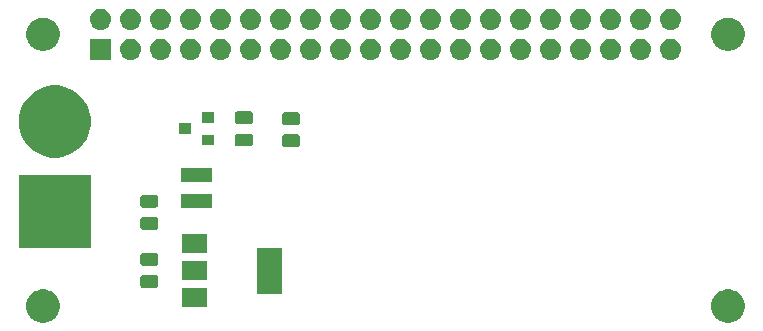
<source format=gbr>
G04 #@! TF.GenerationSoftware,KiCad,Pcbnew,5.1.4+dfsg1-1*
G04 #@! TF.CreationDate,2020-03-18T18:25:11-04:00*
G04 #@! TF.ProjectId,upipower-injector,75706970-6f77-4657-922d-696e6a656374,1.0*
G04 #@! TF.SameCoordinates,Original*
G04 #@! TF.FileFunction,Soldermask,Top*
G04 #@! TF.FilePolarity,Negative*
%FSLAX46Y46*%
G04 Gerber Fmt 4.6, Leading zero omitted, Abs format (unit mm)*
G04 Created by KiCad (PCBNEW 5.1.4+dfsg1-1) date 2020-03-18 18:25:11*
%MOMM*%
%LPD*%
G04 APERTURE LIST*
%ADD10C,0.100000*%
G04 APERTURE END LIST*
D10*
G36*
X179350433Y-116202893D02*
G01*
X179440657Y-116220839D01*
X179546267Y-116264585D01*
X179695621Y-116326449D01*
X179695622Y-116326450D01*
X179925086Y-116479772D01*
X180120228Y-116674914D01*
X180222675Y-116828237D01*
X180273551Y-116904379D01*
X180379161Y-117159344D01*
X180433000Y-117430012D01*
X180433000Y-117705988D01*
X180379161Y-117976656D01*
X180273551Y-118231621D01*
X180273550Y-118231622D01*
X180120228Y-118461086D01*
X179925086Y-118656228D01*
X179771763Y-118758675D01*
X179695621Y-118809551D01*
X179546267Y-118871415D01*
X179440657Y-118915161D01*
X179350433Y-118933107D01*
X179169988Y-118969000D01*
X178894012Y-118969000D01*
X178713567Y-118933107D01*
X178623343Y-118915161D01*
X178517733Y-118871415D01*
X178368379Y-118809551D01*
X178292237Y-118758675D01*
X178138914Y-118656228D01*
X177943772Y-118461086D01*
X177790450Y-118231622D01*
X177790449Y-118231621D01*
X177684839Y-117976656D01*
X177631000Y-117705988D01*
X177631000Y-117430012D01*
X177684839Y-117159344D01*
X177790449Y-116904379D01*
X177841325Y-116828237D01*
X177943772Y-116674914D01*
X178138914Y-116479772D01*
X178368378Y-116326450D01*
X178368379Y-116326449D01*
X178517733Y-116264585D01*
X178623343Y-116220839D01*
X178713567Y-116202893D01*
X178894012Y-116167000D01*
X179169988Y-116167000D01*
X179350433Y-116202893D01*
X179350433Y-116202893D01*
G37*
G36*
X121350433Y-116202893D02*
G01*
X121440657Y-116220839D01*
X121546267Y-116264585D01*
X121695621Y-116326449D01*
X121695622Y-116326450D01*
X121925086Y-116479772D01*
X122120228Y-116674914D01*
X122222675Y-116828237D01*
X122273551Y-116904379D01*
X122379161Y-117159344D01*
X122433000Y-117430012D01*
X122433000Y-117705988D01*
X122379161Y-117976656D01*
X122273551Y-118231621D01*
X122273550Y-118231622D01*
X122120228Y-118461086D01*
X121925086Y-118656228D01*
X121771763Y-118758675D01*
X121695621Y-118809551D01*
X121546267Y-118871415D01*
X121440657Y-118915161D01*
X121350433Y-118933107D01*
X121169988Y-118969000D01*
X120894012Y-118969000D01*
X120713567Y-118933107D01*
X120623343Y-118915161D01*
X120517733Y-118871415D01*
X120368379Y-118809551D01*
X120292237Y-118758675D01*
X120138914Y-118656228D01*
X119943772Y-118461086D01*
X119790450Y-118231622D01*
X119790449Y-118231621D01*
X119684839Y-117976656D01*
X119631000Y-117705988D01*
X119631000Y-117430012D01*
X119684839Y-117159344D01*
X119790449Y-116904379D01*
X119841325Y-116828237D01*
X119943772Y-116674914D01*
X120138914Y-116479772D01*
X120368378Y-116326450D01*
X120368379Y-116326449D01*
X120517733Y-116264585D01*
X120623343Y-116220839D01*
X120713567Y-116202893D01*
X120894012Y-116167000D01*
X121169988Y-116167000D01*
X121350433Y-116202893D01*
X121350433Y-116202893D01*
G37*
G36*
X134933000Y-117669000D02*
G01*
X132831000Y-117669000D01*
X132831000Y-116067000D01*
X134933000Y-116067000D01*
X134933000Y-117669000D01*
X134933000Y-117669000D01*
G37*
G36*
X141233000Y-116519000D02*
G01*
X139131000Y-116519000D01*
X139131000Y-112617000D01*
X141233000Y-112617000D01*
X141233000Y-116519000D01*
X141233000Y-116519000D01*
G37*
G36*
X130616468Y-114971565D02*
G01*
X130655138Y-114983296D01*
X130690777Y-115002346D01*
X130722017Y-115027983D01*
X130747654Y-115059223D01*
X130766704Y-115094862D01*
X130778435Y-115133532D01*
X130783000Y-115179888D01*
X130783000Y-115831112D01*
X130778435Y-115877468D01*
X130766704Y-115916138D01*
X130747654Y-115951777D01*
X130722017Y-115983017D01*
X130690777Y-116008654D01*
X130655138Y-116027704D01*
X130616468Y-116039435D01*
X130570112Y-116044000D01*
X129493888Y-116044000D01*
X129447532Y-116039435D01*
X129408862Y-116027704D01*
X129373223Y-116008654D01*
X129341983Y-115983017D01*
X129316346Y-115951777D01*
X129297296Y-115916138D01*
X129285565Y-115877468D01*
X129281000Y-115831112D01*
X129281000Y-115179888D01*
X129285565Y-115133532D01*
X129297296Y-115094862D01*
X129316346Y-115059223D01*
X129341983Y-115027983D01*
X129373223Y-115002346D01*
X129408862Y-114983296D01*
X129447532Y-114971565D01*
X129493888Y-114967000D01*
X130570112Y-114967000D01*
X130616468Y-114971565D01*
X130616468Y-114971565D01*
G37*
G36*
X134933000Y-115369000D02*
G01*
X132831000Y-115369000D01*
X132831000Y-113767000D01*
X134933000Y-113767000D01*
X134933000Y-115369000D01*
X134933000Y-115369000D01*
G37*
G36*
X130616468Y-113096565D02*
G01*
X130655138Y-113108296D01*
X130690777Y-113127346D01*
X130722017Y-113152983D01*
X130747654Y-113184223D01*
X130766704Y-113219862D01*
X130778435Y-113258532D01*
X130783000Y-113304888D01*
X130783000Y-113956112D01*
X130778435Y-114002468D01*
X130766704Y-114041138D01*
X130747654Y-114076777D01*
X130722017Y-114108017D01*
X130690777Y-114133654D01*
X130655138Y-114152704D01*
X130616468Y-114164435D01*
X130570112Y-114169000D01*
X129493888Y-114169000D01*
X129447532Y-114164435D01*
X129408862Y-114152704D01*
X129373223Y-114133654D01*
X129341983Y-114108017D01*
X129316346Y-114076777D01*
X129297296Y-114041138D01*
X129285565Y-114002468D01*
X129281000Y-113956112D01*
X129281000Y-113304888D01*
X129285565Y-113258532D01*
X129297296Y-113219862D01*
X129316346Y-113184223D01*
X129341983Y-113152983D01*
X129373223Y-113127346D01*
X129408862Y-113108296D01*
X129447532Y-113096565D01*
X129493888Y-113092000D01*
X130570112Y-113092000D01*
X130616468Y-113096565D01*
X130616468Y-113096565D01*
G37*
G36*
X134933000Y-113069000D02*
G01*
X132831000Y-113069000D01*
X132831000Y-111467000D01*
X134933000Y-111467000D01*
X134933000Y-113069000D01*
X134933000Y-113069000D01*
G37*
G36*
X125082740Y-112618740D02*
G01*
X118981260Y-112618740D01*
X118981260Y-106517260D01*
X125082740Y-106517260D01*
X125082740Y-112618740D01*
X125082740Y-112618740D01*
G37*
G36*
X130616468Y-110034065D02*
G01*
X130655138Y-110045796D01*
X130690777Y-110064846D01*
X130722017Y-110090483D01*
X130747654Y-110121723D01*
X130766704Y-110157362D01*
X130778435Y-110196032D01*
X130783000Y-110242388D01*
X130783000Y-110893612D01*
X130778435Y-110939968D01*
X130766704Y-110978638D01*
X130747654Y-111014277D01*
X130722017Y-111045517D01*
X130690777Y-111071154D01*
X130655138Y-111090204D01*
X130616468Y-111101935D01*
X130570112Y-111106500D01*
X129493888Y-111106500D01*
X129447532Y-111101935D01*
X129408862Y-111090204D01*
X129373223Y-111071154D01*
X129341983Y-111045517D01*
X129316346Y-111014277D01*
X129297296Y-110978638D01*
X129285565Y-110939968D01*
X129281000Y-110893612D01*
X129281000Y-110242388D01*
X129285565Y-110196032D01*
X129297296Y-110157362D01*
X129316346Y-110121723D01*
X129341983Y-110090483D01*
X129373223Y-110064846D01*
X129408862Y-110045796D01*
X129447532Y-110034065D01*
X129493888Y-110029500D01*
X130570112Y-110029500D01*
X130616468Y-110034065D01*
X130616468Y-110034065D01*
G37*
G36*
X135358000Y-109249000D02*
G01*
X132706000Y-109249000D01*
X132706000Y-108087000D01*
X135358000Y-108087000D01*
X135358000Y-109249000D01*
X135358000Y-109249000D01*
G37*
G36*
X130616468Y-108159065D02*
G01*
X130655138Y-108170796D01*
X130690777Y-108189846D01*
X130722017Y-108215483D01*
X130747654Y-108246723D01*
X130766704Y-108282362D01*
X130778435Y-108321032D01*
X130783000Y-108367388D01*
X130783000Y-109018612D01*
X130778435Y-109064968D01*
X130766704Y-109103638D01*
X130747654Y-109139277D01*
X130722017Y-109170517D01*
X130690777Y-109196154D01*
X130655138Y-109215204D01*
X130616468Y-109226935D01*
X130570112Y-109231500D01*
X129493888Y-109231500D01*
X129447532Y-109226935D01*
X129408862Y-109215204D01*
X129373223Y-109196154D01*
X129341983Y-109170517D01*
X129316346Y-109139277D01*
X129297296Y-109103638D01*
X129285565Y-109064968D01*
X129281000Y-109018612D01*
X129281000Y-108367388D01*
X129285565Y-108321032D01*
X129297296Y-108282362D01*
X129316346Y-108246723D01*
X129341983Y-108215483D01*
X129373223Y-108189846D01*
X129408862Y-108170796D01*
X129447532Y-108159065D01*
X129493888Y-108154500D01*
X130570112Y-108154500D01*
X130616468Y-108159065D01*
X130616468Y-108159065D01*
G37*
G36*
X135358000Y-107049000D02*
G01*
X132706000Y-107049000D01*
X132706000Y-105887000D01*
X135358000Y-105887000D01*
X135358000Y-107049000D01*
X135358000Y-107049000D01*
G37*
G36*
X122627170Y-98955879D02*
G01*
X122921868Y-99014498D01*
X123477067Y-99244469D01*
X123762867Y-99435435D01*
X123976733Y-99578335D01*
X124401665Y-100003267D01*
X124544565Y-100217133D01*
X124735531Y-100502933D01*
X124965502Y-101058132D01*
X125082740Y-101647528D01*
X125082740Y-102248472D01*
X124965502Y-102837868D01*
X124735531Y-103393067D01*
X124544565Y-103678867D01*
X124401665Y-103892733D01*
X123976733Y-104317665D01*
X123762867Y-104460565D01*
X123477067Y-104651531D01*
X122921868Y-104881502D01*
X122627170Y-104940121D01*
X122332473Y-104998740D01*
X121731527Y-104998740D01*
X121436830Y-104940121D01*
X121142132Y-104881502D01*
X120586933Y-104651531D01*
X120301133Y-104460565D01*
X120087267Y-104317665D01*
X119662335Y-103892733D01*
X119519435Y-103678867D01*
X119328469Y-103393067D01*
X119098498Y-102837868D01*
X118981260Y-102248472D01*
X118981260Y-101647528D01*
X119098498Y-101058132D01*
X119328469Y-100502933D01*
X119519435Y-100217133D01*
X119662335Y-100003267D01*
X120087267Y-99578335D01*
X120301133Y-99435435D01*
X120586933Y-99244469D01*
X121142132Y-99014498D01*
X121436830Y-98955879D01*
X121731527Y-98897260D01*
X122332473Y-98897260D01*
X122627170Y-98955879D01*
X122627170Y-98955879D01*
G37*
G36*
X142616468Y-103034065D02*
G01*
X142655138Y-103045796D01*
X142690777Y-103064846D01*
X142722017Y-103090483D01*
X142747654Y-103121723D01*
X142766704Y-103157362D01*
X142778435Y-103196032D01*
X142783000Y-103242388D01*
X142783000Y-103893612D01*
X142778435Y-103939968D01*
X142766704Y-103978638D01*
X142747654Y-104014277D01*
X142722017Y-104045517D01*
X142690777Y-104071154D01*
X142655138Y-104090204D01*
X142616468Y-104101935D01*
X142570112Y-104106500D01*
X141493888Y-104106500D01*
X141447532Y-104101935D01*
X141408862Y-104090204D01*
X141373223Y-104071154D01*
X141341983Y-104045517D01*
X141316346Y-104014277D01*
X141297296Y-103978638D01*
X141285565Y-103939968D01*
X141281000Y-103893612D01*
X141281000Y-103242388D01*
X141285565Y-103196032D01*
X141297296Y-103157362D01*
X141316346Y-103121723D01*
X141341983Y-103090483D01*
X141373223Y-103064846D01*
X141408862Y-103045796D01*
X141447532Y-103034065D01*
X141493888Y-103029500D01*
X142570112Y-103029500D01*
X142616468Y-103034065D01*
X142616468Y-103034065D01*
G37*
G36*
X138616468Y-102971565D02*
G01*
X138655138Y-102983296D01*
X138690777Y-103002346D01*
X138722017Y-103027983D01*
X138747654Y-103059223D01*
X138766704Y-103094862D01*
X138778435Y-103133532D01*
X138783000Y-103179888D01*
X138783000Y-103831112D01*
X138778435Y-103877468D01*
X138766704Y-103916138D01*
X138747654Y-103951777D01*
X138722017Y-103983017D01*
X138690777Y-104008654D01*
X138655138Y-104027704D01*
X138616468Y-104039435D01*
X138570112Y-104044000D01*
X137493888Y-104044000D01*
X137447532Y-104039435D01*
X137408862Y-104027704D01*
X137373223Y-104008654D01*
X137341983Y-103983017D01*
X137316346Y-103951777D01*
X137297296Y-103916138D01*
X137285565Y-103877468D01*
X137281000Y-103831112D01*
X137281000Y-103179888D01*
X137285565Y-103133532D01*
X137297296Y-103094862D01*
X137316346Y-103059223D01*
X137341983Y-103027983D01*
X137373223Y-103002346D01*
X137408862Y-102983296D01*
X137447532Y-102971565D01*
X137493888Y-102967000D01*
X138570112Y-102967000D01*
X138616468Y-102971565D01*
X138616468Y-102971565D01*
G37*
G36*
X135533000Y-103969000D02*
G01*
X134531000Y-103969000D01*
X134531000Y-103067000D01*
X135533000Y-103067000D01*
X135533000Y-103969000D01*
X135533000Y-103969000D01*
G37*
G36*
X133533000Y-103019000D02*
G01*
X132531000Y-103019000D01*
X132531000Y-102117000D01*
X133533000Y-102117000D01*
X133533000Y-103019000D01*
X133533000Y-103019000D01*
G37*
G36*
X142616468Y-101159065D02*
G01*
X142655138Y-101170796D01*
X142690777Y-101189846D01*
X142722017Y-101215483D01*
X142747654Y-101246723D01*
X142766704Y-101282362D01*
X142778435Y-101321032D01*
X142783000Y-101367388D01*
X142783000Y-102018612D01*
X142778435Y-102064968D01*
X142766704Y-102103638D01*
X142747654Y-102139277D01*
X142722017Y-102170517D01*
X142690777Y-102196154D01*
X142655138Y-102215204D01*
X142616468Y-102226935D01*
X142570112Y-102231500D01*
X141493888Y-102231500D01*
X141447532Y-102226935D01*
X141408862Y-102215204D01*
X141373223Y-102196154D01*
X141341983Y-102170517D01*
X141316346Y-102139277D01*
X141297296Y-102103638D01*
X141285565Y-102064968D01*
X141281000Y-102018612D01*
X141281000Y-101367388D01*
X141285565Y-101321032D01*
X141297296Y-101282362D01*
X141316346Y-101246723D01*
X141341983Y-101215483D01*
X141373223Y-101189846D01*
X141408862Y-101170796D01*
X141447532Y-101159065D01*
X141493888Y-101154500D01*
X142570112Y-101154500D01*
X142616468Y-101159065D01*
X142616468Y-101159065D01*
G37*
G36*
X138616468Y-101096565D02*
G01*
X138655138Y-101108296D01*
X138690777Y-101127346D01*
X138722017Y-101152983D01*
X138747654Y-101184223D01*
X138766704Y-101219862D01*
X138778435Y-101258532D01*
X138783000Y-101304888D01*
X138783000Y-101956112D01*
X138778435Y-102002468D01*
X138766704Y-102041138D01*
X138747654Y-102076777D01*
X138722017Y-102108017D01*
X138690777Y-102133654D01*
X138655138Y-102152704D01*
X138616468Y-102164435D01*
X138570112Y-102169000D01*
X137493888Y-102169000D01*
X137447532Y-102164435D01*
X137408862Y-102152704D01*
X137373223Y-102133654D01*
X137341983Y-102108017D01*
X137316346Y-102076777D01*
X137297296Y-102041138D01*
X137285565Y-102002468D01*
X137281000Y-101956112D01*
X137281000Y-101304888D01*
X137285565Y-101258532D01*
X137297296Y-101219862D01*
X137316346Y-101184223D01*
X137341983Y-101152983D01*
X137373223Y-101127346D01*
X137408862Y-101108296D01*
X137447532Y-101096565D01*
X137493888Y-101092000D01*
X138570112Y-101092000D01*
X138616468Y-101096565D01*
X138616468Y-101096565D01*
G37*
G36*
X135533000Y-102069000D02*
G01*
X134531000Y-102069000D01*
X134531000Y-101167000D01*
X135533000Y-101167000D01*
X135533000Y-102069000D01*
X135533000Y-102069000D01*
G37*
G36*
X159032443Y-94943519D02*
G01*
X159098627Y-94950037D01*
X159268466Y-95001557D01*
X159424991Y-95085222D01*
X159460729Y-95114552D01*
X159562186Y-95197814D01*
X159645448Y-95299271D01*
X159674778Y-95335009D01*
X159758443Y-95491534D01*
X159809963Y-95661373D01*
X159827359Y-95838000D01*
X159809963Y-96014627D01*
X159758443Y-96184466D01*
X159674778Y-96340991D01*
X159645448Y-96376729D01*
X159562186Y-96478186D01*
X159460729Y-96561448D01*
X159424991Y-96590778D01*
X159268466Y-96674443D01*
X159098627Y-96725963D01*
X159032442Y-96732482D01*
X158966260Y-96739000D01*
X158877740Y-96739000D01*
X158811558Y-96732482D01*
X158745373Y-96725963D01*
X158575534Y-96674443D01*
X158419009Y-96590778D01*
X158383271Y-96561448D01*
X158281814Y-96478186D01*
X158198552Y-96376729D01*
X158169222Y-96340991D01*
X158085557Y-96184466D01*
X158034037Y-96014627D01*
X158016641Y-95838000D01*
X158034037Y-95661373D01*
X158085557Y-95491534D01*
X158169222Y-95335009D01*
X158198552Y-95299271D01*
X158281814Y-95197814D01*
X158383271Y-95114552D01*
X158419009Y-95085222D01*
X158575534Y-95001557D01*
X158745373Y-94950037D01*
X158811557Y-94943519D01*
X158877740Y-94937000D01*
X158966260Y-94937000D01*
X159032443Y-94943519D01*
X159032443Y-94943519D01*
G37*
G36*
X156492443Y-94943519D02*
G01*
X156558627Y-94950037D01*
X156728466Y-95001557D01*
X156884991Y-95085222D01*
X156920729Y-95114552D01*
X157022186Y-95197814D01*
X157105448Y-95299271D01*
X157134778Y-95335009D01*
X157218443Y-95491534D01*
X157269963Y-95661373D01*
X157287359Y-95838000D01*
X157269963Y-96014627D01*
X157218443Y-96184466D01*
X157134778Y-96340991D01*
X157105448Y-96376729D01*
X157022186Y-96478186D01*
X156920729Y-96561448D01*
X156884991Y-96590778D01*
X156728466Y-96674443D01*
X156558627Y-96725963D01*
X156492442Y-96732482D01*
X156426260Y-96739000D01*
X156337740Y-96739000D01*
X156271558Y-96732482D01*
X156205373Y-96725963D01*
X156035534Y-96674443D01*
X155879009Y-96590778D01*
X155843271Y-96561448D01*
X155741814Y-96478186D01*
X155658552Y-96376729D01*
X155629222Y-96340991D01*
X155545557Y-96184466D01*
X155494037Y-96014627D01*
X155476641Y-95838000D01*
X155494037Y-95661373D01*
X155545557Y-95491534D01*
X155629222Y-95335009D01*
X155658552Y-95299271D01*
X155741814Y-95197814D01*
X155843271Y-95114552D01*
X155879009Y-95085222D01*
X156035534Y-95001557D01*
X156205373Y-94950037D01*
X156271557Y-94943519D01*
X156337740Y-94937000D01*
X156426260Y-94937000D01*
X156492443Y-94943519D01*
X156492443Y-94943519D01*
G37*
G36*
X153952443Y-94943519D02*
G01*
X154018627Y-94950037D01*
X154188466Y-95001557D01*
X154344991Y-95085222D01*
X154380729Y-95114552D01*
X154482186Y-95197814D01*
X154565448Y-95299271D01*
X154594778Y-95335009D01*
X154678443Y-95491534D01*
X154729963Y-95661373D01*
X154747359Y-95838000D01*
X154729963Y-96014627D01*
X154678443Y-96184466D01*
X154594778Y-96340991D01*
X154565448Y-96376729D01*
X154482186Y-96478186D01*
X154380729Y-96561448D01*
X154344991Y-96590778D01*
X154188466Y-96674443D01*
X154018627Y-96725963D01*
X153952442Y-96732482D01*
X153886260Y-96739000D01*
X153797740Y-96739000D01*
X153731558Y-96732482D01*
X153665373Y-96725963D01*
X153495534Y-96674443D01*
X153339009Y-96590778D01*
X153303271Y-96561448D01*
X153201814Y-96478186D01*
X153118552Y-96376729D01*
X153089222Y-96340991D01*
X153005557Y-96184466D01*
X152954037Y-96014627D01*
X152936641Y-95838000D01*
X152954037Y-95661373D01*
X153005557Y-95491534D01*
X153089222Y-95335009D01*
X153118552Y-95299271D01*
X153201814Y-95197814D01*
X153303271Y-95114552D01*
X153339009Y-95085222D01*
X153495534Y-95001557D01*
X153665373Y-94950037D01*
X153731557Y-94943519D01*
X153797740Y-94937000D01*
X153886260Y-94937000D01*
X153952443Y-94943519D01*
X153952443Y-94943519D01*
G37*
G36*
X151412443Y-94943519D02*
G01*
X151478627Y-94950037D01*
X151648466Y-95001557D01*
X151804991Y-95085222D01*
X151840729Y-95114552D01*
X151942186Y-95197814D01*
X152025448Y-95299271D01*
X152054778Y-95335009D01*
X152138443Y-95491534D01*
X152189963Y-95661373D01*
X152207359Y-95838000D01*
X152189963Y-96014627D01*
X152138443Y-96184466D01*
X152054778Y-96340991D01*
X152025448Y-96376729D01*
X151942186Y-96478186D01*
X151840729Y-96561448D01*
X151804991Y-96590778D01*
X151648466Y-96674443D01*
X151478627Y-96725963D01*
X151412442Y-96732482D01*
X151346260Y-96739000D01*
X151257740Y-96739000D01*
X151191558Y-96732482D01*
X151125373Y-96725963D01*
X150955534Y-96674443D01*
X150799009Y-96590778D01*
X150763271Y-96561448D01*
X150661814Y-96478186D01*
X150578552Y-96376729D01*
X150549222Y-96340991D01*
X150465557Y-96184466D01*
X150414037Y-96014627D01*
X150396641Y-95838000D01*
X150414037Y-95661373D01*
X150465557Y-95491534D01*
X150549222Y-95335009D01*
X150578552Y-95299271D01*
X150661814Y-95197814D01*
X150763271Y-95114552D01*
X150799009Y-95085222D01*
X150955534Y-95001557D01*
X151125373Y-94950037D01*
X151191557Y-94943519D01*
X151257740Y-94937000D01*
X151346260Y-94937000D01*
X151412443Y-94943519D01*
X151412443Y-94943519D01*
G37*
G36*
X148872443Y-94943519D02*
G01*
X148938627Y-94950037D01*
X149108466Y-95001557D01*
X149264991Y-95085222D01*
X149300729Y-95114552D01*
X149402186Y-95197814D01*
X149485448Y-95299271D01*
X149514778Y-95335009D01*
X149598443Y-95491534D01*
X149649963Y-95661373D01*
X149667359Y-95838000D01*
X149649963Y-96014627D01*
X149598443Y-96184466D01*
X149514778Y-96340991D01*
X149485448Y-96376729D01*
X149402186Y-96478186D01*
X149300729Y-96561448D01*
X149264991Y-96590778D01*
X149108466Y-96674443D01*
X148938627Y-96725963D01*
X148872442Y-96732482D01*
X148806260Y-96739000D01*
X148717740Y-96739000D01*
X148651558Y-96732482D01*
X148585373Y-96725963D01*
X148415534Y-96674443D01*
X148259009Y-96590778D01*
X148223271Y-96561448D01*
X148121814Y-96478186D01*
X148038552Y-96376729D01*
X148009222Y-96340991D01*
X147925557Y-96184466D01*
X147874037Y-96014627D01*
X147856641Y-95838000D01*
X147874037Y-95661373D01*
X147925557Y-95491534D01*
X148009222Y-95335009D01*
X148038552Y-95299271D01*
X148121814Y-95197814D01*
X148223271Y-95114552D01*
X148259009Y-95085222D01*
X148415534Y-95001557D01*
X148585373Y-94950037D01*
X148651557Y-94943519D01*
X148717740Y-94937000D01*
X148806260Y-94937000D01*
X148872443Y-94943519D01*
X148872443Y-94943519D01*
G37*
G36*
X146332443Y-94943519D02*
G01*
X146398627Y-94950037D01*
X146568466Y-95001557D01*
X146724991Y-95085222D01*
X146760729Y-95114552D01*
X146862186Y-95197814D01*
X146945448Y-95299271D01*
X146974778Y-95335009D01*
X147058443Y-95491534D01*
X147109963Y-95661373D01*
X147127359Y-95838000D01*
X147109963Y-96014627D01*
X147058443Y-96184466D01*
X146974778Y-96340991D01*
X146945448Y-96376729D01*
X146862186Y-96478186D01*
X146760729Y-96561448D01*
X146724991Y-96590778D01*
X146568466Y-96674443D01*
X146398627Y-96725963D01*
X146332442Y-96732482D01*
X146266260Y-96739000D01*
X146177740Y-96739000D01*
X146111558Y-96732482D01*
X146045373Y-96725963D01*
X145875534Y-96674443D01*
X145719009Y-96590778D01*
X145683271Y-96561448D01*
X145581814Y-96478186D01*
X145498552Y-96376729D01*
X145469222Y-96340991D01*
X145385557Y-96184466D01*
X145334037Y-96014627D01*
X145316641Y-95838000D01*
X145334037Y-95661373D01*
X145385557Y-95491534D01*
X145469222Y-95335009D01*
X145498552Y-95299271D01*
X145581814Y-95197814D01*
X145683271Y-95114552D01*
X145719009Y-95085222D01*
X145875534Y-95001557D01*
X146045373Y-94950037D01*
X146111557Y-94943519D01*
X146177740Y-94937000D01*
X146266260Y-94937000D01*
X146332443Y-94943519D01*
X146332443Y-94943519D01*
G37*
G36*
X141252443Y-94943519D02*
G01*
X141318627Y-94950037D01*
X141488466Y-95001557D01*
X141644991Y-95085222D01*
X141680729Y-95114552D01*
X141782186Y-95197814D01*
X141865448Y-95299271D01*
X141894778Y-95335009D01*
X141978443Y-95491534D01*
X142029963Y-95661373D01*
X142047359Y-95838000D01*
X142029963Y-96014627D01*
X141978443Y-96184466D01*
X141894778Y-96340991D01*
X141865448Y-96376729D01*
X141782186Y-96478186D01*
X141680729Y-96561448D01*
X141644991Y-96590778D01*
X141488466Y-96674443D01*
X141318627Y-96725963D01*
X141252442Y-96732482D01*
X141186260Y-96739000D01*
X141097740Y-96739000D01*
X141031558Y-96732482D01*
X140965373Y-96725963D01*
X140795534Y-96674443D01*
X140639009Y-96590778D01*
X140603271Y-96561448D01*
X140501814Y-96478186D01*
X140418552Y-96376729D01*
X140389222Y-96340991D01*
X140305557Y-96184466D01*
X140254037Y-96014627D01*
X140236641Y-95838000D01*
X140254037Y-95661373D01*
X140305557Y-95491534D01*
X140389222Y-95335009D01*
X140418552Y-95299271D01*
X140501814Y-95197814D01*
X140603271Y-95114552D01*
X140639009Y-95085222D01*
X140795534Y-95001557D01*
X140965373Y-94950037D01*
X141031557Y-94943519D01*
X141097740Y-94937000D01*
X141186260Y-94937000D01*
X141252443Y-94943519D01*
X141252443Y-94943519D01*
G37*
G36*
X138712443Y-94943519D02*
G01*
X138778627Y-94950037D01*
X138948466Y-95001557D01*
X139104991Y-95085222D01*
X139140729Y-95114552D01*
X139242186Y-95197814D01*
X139325448Y-95299271D01*
X139354778Y-95335009D01*
X139438443Y-95491534D01*
X139489963Y-95661373D01*
X139507359Y-95838000D01*
X139489963Y-96014627D01*
X139438443Y-96184466D01*
X139354778Y-96340991D01*
X139325448Y-96376729D01*
X139242186Y-96478186D01*
X139140729Y-96561448D01*
X139104991Y-96590778D01*
X138948466Y-96674443D01*
X138778627Y-96725963D01*
X138712442Y-96732482D01*
X138646260Y-96739000D01*
X138557740Y-96739000D01*
X138491558Y-96732482D01*
X138425373Y-96725963D01*
X138255534Y-96674443D01*
X138099009Y-96590778D01*
X138063271Y-96561448D01*
X137961814Y-96478186D01*
X137878552Y-96376729D01*
X137849222Y-96340991D01*
X137765557Y-96184466D01*
X137714037Y-96014627D01*
X137696641Y-95838000D01*
X137714037Y-95661373D01*
X137765557Y-95491534D01*
X137849222Y-95335009D01*
X137878552Y-95299271D01*
X137961814Y-95197814D01*
X138063271Y-95114552D01*
X138099009Y-95085222D01*
X138255534Y-95001557D01*
X138425373Y-94950037D01*
X138491557Y-94943519D01*
X138557740Y-94937000D01*
X138646260Y-94937000D01*
X138712443Y-94943519D01*
X138712443Y-94943519D01*
G37*
G36*
X133632443Y-94943519D02*
G01*
X133698627Y-94950037D01*
X133868466Y-95001557D01*
X134024991Y-95085222D01*
X134060729Y-95114552D01*
X134162186Y-95197814D01*
X134245448Y-95299271D01*
X134274778Y-95335009D01*
X134358443Y-95491534D01*
X134409963Y-95661373D01*
X134427359Y-95838000D01*
X134409963Y-96014627D01*
X134358443Y-96184466D01*
X134274778Y-96340991D01*
X134245448Y-96376729D01*
X134162186Y-96478186D01*
X134060729Y-96561448D01*
X134024991Y-96590778D01*
X133868466Y-96674443D01*
X133698627Y-96725963D01*
X133632442Y-96732482D01*
X133566260Y-96739000D01*
X133477740Y-96739000D01*
X133411558Y-96732482D01*
X133345373Y-96725963D01*
X133175534Y-96674443D01*
X133019009Y-96590778D01*
X132983271Y-96561448D01*
X132881814Y-96478186D01*
X132798552Y-96376729D01*
X132769222Y-96340991D01*
X132685557Y-96184466D01*
X132634037Y-96014627D01*
X132616641Y-95838000D01*
X132634037Y-95661373D01*
X132685557Y-95491534D01*
X132769222Y-95335009D01*
X132798552Y-95299271D01*
X132881814Y-95197814D01*
X132983271Y-95114552D01*
X133019009Y-95085222D01*
X133175534Y-95001557D01*
X133345373Y-94950037D01*
X133411557Y-94943519D01*
X133477740Y-94937000D01*
X133566260Y-94937000D01*
X133632443Y-94943519D01*
X133632443Y-94943519D01*
G37*
G36*
X131092443Y-94943519D02*
G01*
X131158627Y-94950037D01*
X131328466Y-95001557D01*
X131484991Y-95085222D01*
X131520729Y-95114552D01*
X131622186Y-95197814D01*
X131705448Y-95299271D01*
X131734778Y-95335009D01*
X131818443Y-95491534D01*
X131869963Y-95661373D01*
X131887359Y-95838000D01*
X131869963Y-96014627D01*
X131818443Y-96184466D01*
X131734778Y-96340991D01*
X131705448Y-96376729D01*
X131622186Y-96478186D01*
X131520729Y-96561448D01*
X131484991Y-96590778D01*
X131328466Y-96674443D01*
X131158627Y-96725963D01*
X131092442Y-96732482D01*
X131026260Y-96739000D01*
X130937740Y-96739000D01*
X130871558Y-96732482D01*
X130805373Y-96725963D01*
X130635534Y-96674443D01*
X130479009Y-96590778D01*
X130443271Y-96561448D01*
X130341814Y-96478186D01*
X130258552Y-96376729D01*
X130229222Y-96340991D01*
X130145557Y-96184466D01*
X130094037Y-96014627D01*
X130076641Y-95838000D01*
X130094037Y-95661373D01*
X130145557Y-95491534D01*
X130229222Y-95335009D01*
X130258552Y-95299271D01*
X130341814Y-95197814D01*
X130443271Y-95114552D01*
X130479009Y-95085222D01*
X130635534Y-95001557D01*
X130805373Y-94950037D01*
X130871557Y-94943519D01*
X130937740Y-94937000D01*
X131026260Y-94937000D01*
X131092443Y-94943519D01*
X131092443Y-94943519D01*
G37*
G36*
X126803000Y-96739000D02*
G01*
X125001000Y-96739000D01*
X125001000Y-94937000D01*
X126803000Y-94937000D01*
X126803000Y-96739000D01*
X126803000Y-96739000D01*
G37*
G36*
X136172443Y-94943519D02*
G01*
X136238627Y-94950037D01*
X136408466Y-95001557D01*
X136564991Y-95085222D01*
X136600729Y-95114552D01*
X136702186Y-95197814D01*
X136785448Y-95299271D01*
X136814778Y-95335009D01*
X136898443Y-95491534D01*
X136949963Y-95661373D01*
X136967359Y-95838000D01*
X136949963Y-96014627D01*
X136898443Y-96184466D01*
X136814778Y-96340991D01*
X136785448Y-96376729D01*
X136702186Y-96478186D01*
X136600729Y-96561448D01*
X136564991Y-96590778D01*
X136408466Y-96674443D01*
X136238627Y-96725963D01*
X136172442Y-96732482D01*
X136106260Y-96739000D01*
X136017740Y-96739000D01*
X135951558Y-96732482D01*
X135885373Y-96725963D01*
X135715534Y-96674443D01*
X135559009Y-96590778D01*
X135523271Y-96561448D01*
X135421814Y-96478186D01*
X135338552Y-96376729D01*
X135309222Y-96340991D01*
X135225557Y-96184466D01*
X135174037Y-96014627D01*
X135156641Y-95838000D01*
X135174037Y-95661373D01*
X135225557Y-95491534D01*
X135309222Y-95335009D01*
X135338552Y-95299271D01*
X135421814Y-95197814D01*
X135523271Y-95114552D01*
X135559009Y-95085222D01*
X135715534Y-95001557D01*
X135885373Y-94950037D01*
X135951557Y-94943519D01*
X136017740Y-94937000D01*
X136106260Y-94937000D01*
X136172443Y-94943519D01*
X136172443Y-94943519D01*
G37*
G36*
X174272443Y-94943519D02*
G01*
X174338627Y-94950037D01*
X174508466Y-95001557D01*
X174664991Y-95085222D01*
X174700729Y-95114552D01*
X174802186Y-95197814D01*
X174885448Y-95299271D01*
X174914778Y-95335009D01*
X174998443Y-95491534D01*
X175049963Y-95661373D01*
X175067359Y-95838000D01*
X175049963Y-96014627D01*
X174998443Y-96184466D01*
X174914778Y-96340991D01*
X174885448Y-96376729D01*
X174802186Y-96478186D01*
X174700729Y-96561448D01*
X174664991Y-96590778D01*
X174508466Y-96674443D01*
X174338627Y-96725963D01*
X174272442Y-96732482D01*
X174206260Y-96739000D01*
X174117740Y-96739000D01*
X174051558Y-96732482D01*
X173985373Y-96725963D01*
X173815534Y-96674443D01*
X173659009Y-96590778D01*
X173623271Y-96561448D01*
X173521814Y-96478186D01*
X173438552Y-96376729D01*
X173409222Y-96340991D01*
X173325557Y-96184466D01*
X173274037Y-96014627D01*
X173256641Y-95838000D01*
X173274037Y-95661373D01*
X173325557Y-95491534D01*
X173409222Y-95335009D01*
X173438552Y-95299271D01*
X173521814Y-95197814D01*
X173623271Y-95114552D01*
X173659009Y-95085222D01*
X173815534Y-95001557D01*
X173985373Y-94950037D01*
X174051557Y-94943519D01*
X174117740Y-94937000D01*
X174206260Y-94937000D01*
X174272443Y-94943519D01*
X174272443Y-94943519D01*
G37*
G36*
X171732443Y-94943519D02*
G01*
X171798627Y-94950037D01*
X171968466Y-95001557D01*
X172124991Y-95085222D01*
X172160729Y-95114552D01*
X172262186Y-95197814D01*
X172345448Y-95299271D01*
X172374778Y-95335009D01*
X172458443Y-95491534D01*
X172509963Y-95661373D01*
X172527359Y-95838000D01*
X172509963Y-96014627D01*
X172458443Y-96184466D01*
X172374778Y-96340991D01*
X172345448Y-96376729D01*
X172262186Y-96478186D01*
X172160729Y-96561448D01*
X172124991Y-96590778D01*
X171968466Y-96674443D01*
X171798627Y-96725963D01*
X171732442Y-96732482D01*
X171666260Y-96739000D01*
X171577740Y-96739000D01*
X171511558Y-96732482D01*
X171445373Y-96725963D01*
X171275534Y-96674443D01*
X171119009Y-96590778D01*
X171083271Y-96561448D01*
X170981814Y-96478186D01*
X170898552Y-96376729D01*
X170869222Y-96340991D01*
X170785557Y-96184466D01*
X170734037Y-96014627D01*
X170716641Y-95838000D01*
X170734037Y-95661373D01*
X170785557Y-95491534D01*
X170869222Y-95335009D01*
X170898552Y-95299271D01*
X170981814Y-95197814D01*
X171083271Y-95114552D01*
X171119009Y-95085222D01*
X171275534Y-95001557D01*
X171445373Y-94950037D01*
X171511557Y-94943519D01*
X171577740Y-94937000D01*
X171666260Y-94937000D01*
X171732443Y-94943519D01*
X171732443Y-94943519D01*
G37*
G36*
X169192443Y-94943519D02*
G01*
X169258627Y-94950037D01*
X169428466Y-95001557D01*
X169584991Y-95085222D01*
X169620729Y-95114552D01*
X169722186Y-95197814D01*
X169805448Y-95299271D01*
X169834778Y-95335009D01*
X169918443Y-95491534D01*
X169969963Y-95661373D01*
X169987359Y-95838000D01*
X169969963Y-96014627D01*
X169918443Y-96184466D01*
X169834778Y-96340991D01*
X169805448Y-96376729D01*
X169722186Y-96478186D01*
X169620729Y-96561448D01*
X169584991Y-96590778D01*
X169428466Y-96674443D01*
X169258627Y-96725963D01*
X169192442Y-96732482D01*
X169126260Y-96739000D01*
X169037740Y-96739000D01*
X168971558Y-96732482D01*
X168905373Y-96725963D01*
X168735534Y-96674443D01*
X168579009Y-96590778D01*
X168543271Y-96561448D01*
X168441814Y-96478186D01*
X168358552Y-96376729D01*
X168329222Y-96340991D01*
X168245557Y-96184466D01*
X168194037Y-96014627D01*
X168176641Y-95838000D01*
X168194037Y-95661373D01*
X168245557Y-95491534D01*
X168329222Y-95335009D01*
X168358552Y-95299271D01*
X168441814Y-95197814D01*
X168543271Y-95114552D01*
X168579009Y-95085222D01*
X168735534Y-95001557D01*
X168905373Y-94950037D01*
X168971557Y-94943519D01*
X169037740Y-94937000D01*
X169126260Y-94937000D01*
X169192443Y-94943519D01*
X169192443Y-94943519D01*
G37*
G36*
X166652443Y-94943519D02*
G01*
X166718627Y-94950037D01*
X166888466Y-95001557D01*
X167044991Y-95085222D01*
X167080729Y-95114552D01*
X167182186Y-95197814D01*
X167265448Y-95299271D01*
X167294778Y-95335009D01*
X167378443Y-95491534D01*
X167429963Y-95661373D01*
X167447359Y-95838000D01*
X167429963Y-96014627D01*
X167378443Y-96184466D01*
X167294778Y-96340991D01*
X167265448Y-96376729D01*
X167182186Y-96478186D01*
X167080729Y-96561448D01*
X167044991Y-96590778D01*
X166888466Y-96674443D01*
X166718627Y-96725963D01*
X166652442Y-96732482D01*
X166586260Y-96739000D01*
X166497740Y-96739000D01*
X166431558Y-96732482D01*
X166365373Y-96725963D01*
X166195534Y-96674443D01*
X166039009Y-96590778D01*
X166003271Y-96561448D01*
X165901814Y-96478186D01*
X165818552Y-96376729D01*
X165789222Y-96340991D01*
X165705557Y-96184466D01*
X165654037Y-96014627D01*
X165636641Y-95838000D01*
X165654037Y-95661373D01*
X165705557Y-95491534D01*
X165789222Y-95335009D01*
X165818552Y-95299271D01*
X165901814Y-95197814D01*
X166003271Y-95114552D01*
X166039009Y-95085222D01*
X166195534Y-95001557D01*
X166365373Y-94950037D01*
X166431557Y-94943519D01*
X166497740Y-94937000D01*
X166586260Y-94937000D01*
X166652443Y-94943519D01*
X166652443Y-94943519D01*
G37*
G36*
X164112443Y-94943519D02*
G01*
X164178627Y-94950037D01*
X164348466Y-95001557D01*
X164504991Y-95085222D01*
X164540729Y-95114552D01*
X164642186Y-95197814D01*
X164725448Y-95299271D01*
X164754778Y-95335009D01*
X164838443Y-95491534D01*
X164889963Y-95661373D01*
X164907359Y-95838000D01*
X164889963Y-96014627D01*
X164838443Y-96184466D01*
X164754778Y-96340991D01*
X164725448Y-96376729D01*
X164642186Y-96478186D01*
X164540729Y-96561448D01*
X164504991Y-96590778D01*
X164348466Y-96674443D01*
X164178627Y-96725963D01*
X164112442Y-96732482D01*
X164046260Y-96739000D01*
X163957740Y-96739000D01*
X163891558Y-96732482D01*
X163825373Y-96725963D01*
X163655534Y-96674443D01*
X163499009Y-96590778D01*
X163463271Y-96561448D01*
X163361814Y-96478186D01*
X163278552Y-96376729D01*
X163249222Y-96340991D01*
X163165557Y-96184466D01*
X163114037Y-96014627D01*
X163096641Y-95838000D01*
X163114037Y-95661373D01*
X163165557Y-95491534D01*
X163249222Y-95335009D01*
X163278552Y-95299271D01*
X163361814Y-95197814D01*
X163463271Y-95114552D01*
X163499009Y-95085222D01*
X163655534Y-95001557D01*
X163825373Y-94950037D01*
X163891557Y-94943519D01*
X163957740Y-94937000D01*
X164046260Y-94937000D01*
X164112443Y-94943519D01*
X164112443Y-94943519D01*
G37*
G36*
X161572443Y-94943519D02*
G01*
X161638627Y-94950037D01*
X161808466Y-95001557D01*
X161964991Y-95085222D01*
X162000729Y-95114552D01*
X162102186Y-95197814D01*
X162185448Y-95299271D01*
X162214778Y-95335009D01*
X162298443Y-95491534D01*
X162349963Y-95661373D01*
X162367359Y-95838000D01*
X162349963Y-96014627D01*
X162298443Y-96184466D01*
X162214778Y-96340991D01*
X162185448Y-96376729D01*
X162102186Y-96478186D01*
X162000729Y-96561448D01*
X161964991Y-96590778D01*
X161808466Y-96674443D01*
X161638627Y-96725963D01*
X161572442Y-96732482D01*
X161506260Y-96739000D01*
X161417740Y-96739000D01*
X161351558Y-96732482D01*
X161285373Y-96725963D01*
X161115534Y-96674443D01*
X160959009Y-96590778D01*
X160923271Y-96561448D01*
X160821814Y-96478186D01*
X160738552Y-96376729D01*
X160709222Y-96340991D01*
X160625557Y-96184466D01*
X160574037Y-96014627D01*
X160556641Y-95838000D01*
X160574037Y-95661373D01*
X160625557Y-95491534D01*
X160709222Y-95335009D01*
X160738552Y-95299271D01*
X160821814Y-95197814D01*
X160923271Y-95114552D01*
X160959009Y-95085222D01*
X161115534Y-95001557D01*
X161285373Y-94950037D01*
X161351557Y-94943519D01*
X161417740Y-94937000D01*
X161506260Y-94937000D01*
X161572443Y-94943519D01*
X161572443Y-94943519D01*
G37*
G36*
X143792443Y-94943519D02*
G01*
X143858627Y-94950037D01*
X144028466Y-95001557D01*
X144184991Y-95085222D01*
X144220729Y-95114552D01*
X144322186Y-95197814D01*
X144405448Y-95299271D01*
X144434778Y-95335009D01*
X144518443Y-95491534D01*
X144569963Y-95661373D01*
X144587359Y-95838000D01*
X144569963Y-96014627D01*
X144518443Y-96184466D01*
X144434778Y-96340991D01*
X144405448Y-96376729D01*
X144322186Y-96478186D01*
X144220729Y-96561448D01*
X144184991Y-96590778D01*
X144028466Y-96674443D01*
X143858627Y-96725963D01*
X143792442Y-96732482D01*
X143726260Y-96739000D01*
X143637740Y-96739000D01*
X143571558Y-96732482D01*
X143505373Y-96725963D01*
X143335534Y-96674443D01*
X143179009Y-96590778D01*
X143143271Y-96561448D01*
X143041814Y-96478186D01*
X142958552Y-96376729D01*
X142929222Y-96340991D01*
X142845557Y-96184466D01*
X142794037Y-96014627D01*
X142776641Y-95838000D01*
X142794037Y-95661373D01*
X142845557Y-95491534D01*
X142929222Y-95335009D01*
X142958552Y-95299271D01*
X143041814Y-95197814D01*
X143143271Y-95114552D01*
X143179009Y-95085222D01*
X143335534Y-95001557D01*
X143505373Y-94950037D01*
X143571557Y-94943519D01*
X143637740Y-94937000D01*
X143726260Y-94937000D01*
X143792443Y-94943519D01*
X143792443Y-94943519D01*
G37*
G36*
X128552443Y-94943519D02*
G01*
X128618627Y-94950037D01*
X128788466Y-95001557D01*
X128944991Y-95085222D01*
X128980729Y-95114552D01*
X129082186Y-95197814D01*
X129165448Y-95299271D01*
X129194778Y-95335009D01*
X129278443Y-95491534D01*
X129329963Y-95661373D01*
X129347359Y-95838000D01*
X129329963Y-96014627D01*
X129278443Y-96184466D01*
X129194778Y-96340991D01*
X129165448Y-96376729D01*
X129082186Y-96478186D01*
X128980729Y-96561448D01*
X128944991Y-96590778D01*
X128788466Y-96674443D01*
X128618627Y-96725963D01*
X128552442Y-96732482D01*
X128486260Y-96739000D01*
X128397740Y-96739000D01*
X128331558Y-96732482D01*
X128265373Y-96725963D01*
X128095534Y-96674443D01*
X127939009Y-96590778D01*
X127903271Y-96561448D01*
X127801814Y-96478186D01*
X127718552Y-96376729D01*
X127689222Y-96340991D01*
X127605557Y-96184466D01*
X127554037Y-96014627D01*
X127536641Y-95838000D01*
X127554037Y-95661373D01*
X127605557Y-95491534D01*
X127689222Y-95335009D01*
X127718552Y-95299271D01*
X127801814Y-95197814D01*
X127903271Y-95114552D01*
X127939009Y-95085222D01*
X128095534Y-95001557D01*
X128265373Y-94950037D01*
X128331557Y-94943519D01*
X128397740Y-94937000D01*
X128486260Y-94937000D01*
X128552443Y-94943519D01*
X128552443Y-94943519D01*
G37*
G36*
X121350433Y-93202893D02*
G01*
X121440657Y-93220839D01*
X121546267Y-93264585D01*
X121695621Y-93326449D01*
X121695622Y-93326450D01*
X121925086Y-93479772D01*
X122120228Y-93674914D01*
X122204468Y-93800989D01*
X122273551Y-93904379D01*
X122287554Y-93938186D01*
X122379161Y-94159343D01*
X122433000Y-94430014D01*
X122433000Y-94705986D01*
X122379161Y-94976657D01*
X122335415Y-95082267D01*
X122273551Y-95231621D01*
X122273550Y-95231622D01*
X122120228Y-95461086D01*
X121925086Y-95656228D01*
X121771763Y-95758675D01*
X121695621Y-95809551D01*
X121546267Y-95871415D01*
X121440657Y-95915161D01*
X121350433Y-95933107D01*
X121169988Y-95969000D01*
X120894012Y-95969000D01*
X120713567Y-95933107D01*
X120623343Y-95915161D01*
X120517733Y-95871415D01*
X120368379Y-95809551D01*
X120292237Y-95758675D01*
X120138914Y-95656228D01*
X119943772Y-95461086D01*
X119790450Y-95231622D01*
X119790449Y-95231621D01*
X119728585Y-95082267D01*
X119684839Y-94976657D01*
X119631000Y-94705986D01*
X119631000Y-94430014D01*
X119684839Y-94159343D01*
X119776446Y-93938186D01*
X119790449Y-93904379D01*
X119859532Y-93800989D01*
X119943772Y-93674914D01*
X120138914Y-93479772D01*
X120368378Y-93326450D01*
X120368379Y-93326449D01*
X120517733Y-93264585D01*
X120623343Y-93220839D01*
X120713567Y-93202893D01*
X120894012Y-93167000D01*
X121169988Y-93167000D01*
X121350433Y-93202893D01*
X121350433Y-93202893D01*
G37*
G36*
X179350433Y-93202893D02*
G01*
X179440657Y-93220839D01*
X179546267Y-93264585D01*
X179695621Y-93326449D01*
X179695622Y-93326450D01*
X179925086Y-93479772D01*
X180120228Y-93674914D01*
X180204468Y-93800989D01*
X180273551Y-93904379D01*
X180287554Y-93938186D01*
X180379161Y-94159343D01*
X180433000Y-94430014D01*
X180433000Y-94705986D01*
X180379161Y-94976657D01*
X180335415Y-95082267D01*
X180273551Y-95231621D01*
X180273550Y-95231622D01*
X180120228Y-95461086D01*
X179925086Y-95656228D01*
X179771763Y-95758675D01*
X179695621Y-95809551D01*
X179546267Y-95871415D01*
X179440657Y-95915161D01*
X179350433Y-95933107D01*
X179169988Y-95969000D01*
X178894012Y-95969000D01*
X178713567Y-95933107D01*
X178623343Y-95915161D01*
X178517733Y-95871415D01*
X178368379Y-95809551D01*
X178292237Y-95758675D01*
X178138914Y-95656228D01*
X177943772Y-95461086D01*
X177790450Y-95231622D01*
X177790449Y-95231621D01*
X177728585Y-95082267D01*
X177684839Y-94976657D01*
X177631000Y-94705986D01*
X177631000Y-94430014D01*
X177684839Y-94159343D01*
X177776446Y-93938186D01*
X177790449Y-93904379D01*
X177859532Y-93800989D01*
X177943772Y-93674914D01*
X178138914Y-93479772D01*
X178368378Y-93326450D01*
X178368379Y-93326449D01*
X178517733Y-93264585D01*
X178623343Y-93220839D01*
X178713567Y-93202893D01*
X178894012Y-93167000D01*
X179169988Y-93167000D01*
X179350433Y-93202893D01*
X179350433Y-93202893D01*
G37*
G36*
X138712443Y-92403519D02*
G01*
X138778627Y-92410037D01*
X138948466Y-92461557D01*
X139104991Y-92545222D01*
X139140729Y-92574552D01*
X139242186Y-92657814D01*
X139325448Y-92759271D01*
X139354778Y-92795009D01*
X139438443Y-92951534D01*
X139489963Y-93121373D01*
X139507359Y-93298000D01*
X139489963Y-93474627D01*
X139438443Y-93644466D01*
X139354778Y-93800991D01*
X139325448Y-93836729D01*
X139242186Y-93938186D01*
X139140729Y-94021448D01*
X139104991Y-94050778D01*
X138948466Y-94134443D01*
X138778627Y-94185963D01*
X138712443Y-94192481D01*
X138646260Y-94199000D01*
X138557740Y-94199000D01*
X138491557Y-94192481D01*
X138425373Y-94185963D01*
X138255534Y-94134443D01*
X138099009Y-94050778D01*
X138063271Y-94021448D01*
X137961814Y-93938186D01*
X137878552Y-93836729D01*
X137849222Y-93800991D01*
X137765557Y-93644466D01*
X137714037Y-93474627D01*
X137696641Y-93298000D01*
X137714037Y-93121373D01*
X137765557Y-92951534D01*
X137849222Y-92795009D01*
X137878552Y-92759271D01*
X137961814Y-92657814D01*
X138063271Y-92574552D01*
X138099009Y-92545222D01*
X138255534Y-92461557D01*
X138425373Y-92410037D01*
X138491558Y-92403518D01*
X138557740Y-92397000D01*
X138646260Y-92397000D01*
X138712443Y-92403519D01*
X138712443Y-92403519D01*
G37*
G36*
X136172443Y-92403519D02*
G01*
X136238627Y-92410037D01*
X136408466Y-92461557D01*
X136564991Y-92545222D01*
X136600729Y-92574552D01*
X136702186Y-92657814D01*
X136785448Y-92759271D01*
X136814778Y-92795009D01*
X136898443Y-92951534D01*
X136949963Y-93121373D01*
X136967359Y-93298000D01*
X136949963Y-93474627D01*
X136898443Y-93644466D01*
X136814778Y-93800991D01*
X136785448Y-93836729D01*
X136702186Y-93938186D01*
X136600729Y-94021448D01*
X136564991Y-94050778D01*
X136408466Y-94134443D01*
X136238627Y-94185963D01*
X136172443Y-94192481D01*
X136106260Y-94199000D01*
X136017740Y-94199000D01*
X135951557Y-94192481D01*
X135885373Y-94185963D01*
X135715534Y-94134443D01*
X135559009Y-94050778D01*
X135523271Y-94021448D01*
X135421814Y-93938186D01*
X135338552Y-93836729D01*
X135309222Y-93800991D01*
X135225557Y-93644466D01*
X135174037Y-93474627D01*
X135156641Y-93298000D01*
X135174037Y-93121373D01*
X135225557Y-92951534D01*
X135309222Y-92795009D01*
X135338552Y-92759271D01*
X135421814Y-92657814D01*
X135523271Y-92574552D01*
X135559009Y-92545222D01*
X135715534Y-92461557D01*
X135885373Y-92410037D01*
X135951558Y-92403518D01*
X136017740Y-92397000D01*
X136106260Y-92397000D01*
X136172443Y-92403519D01*
X136172443Y-92403519D01*
G37*
G36*
X133632443Y-92403519D02*
G01*
X133698627Y-92410037D01*
X133868466Y-92461557D01*
X134024991Y-92545222D01*
X134060729Y-92574552D01*
X134162186Y-92657814D01*
X134245448Y-92759271D01*
X134274778Y-92795009D01*
X134358443Y-92951534D01*
X134409963Y-93121373D01*
X134427359Y-93298000D01*
X134409963Y-93474627D01*
X134358443Y-93644466D01*
X134274778Y-93800991D01*
X134245448Y-93836729D01*
X134162186Y-93938186D01*
X134060729Y-94021448D01*
X134024991Y-94050778D01*
X133868466Y-94134443D01*
X133698627Y-94185963D01*
X133632443Y-94192481D01*
X133566260Y-94199000D01*
X133477740Y-94199000D01*
X133411557Y-94192481D01*
X133345373Y-94185963D01*
X133175534Y-94134443D01*
X133019009Y-94050778D01*
X132983271Y-94021448D01*
X132881814Y-93938186D01*
X132798552Y-93836729D01*
X132769222Y-93800991D01*
X132685557Y-93644466D01*
X132634037Y-93474627D01*
X132616641Y-93298000D01*
X132634037Y-93121373D01*
X132685557Y-92951534D01*
X132769222Y-92795009D01*
X132798552Y-92759271D01*
X132881814Y-92657814D01*
X132983271Y-92574552D01*
X133019009Y-92545222D01*
X133175534Y-92461557D01*
X133345373Y-92410037D01*
X133411557Y-92403519D01*
X133477740Y-92397000D01*
X133566260Y-92397000D01*
X133632443Y-92403519D01*
X133632443Y-92403519D01*
G37*
G36*
X131092443Y-92403519D02*
G01*
X131158627Y-92410037D01*
X131328466Y-92461557D01*
X131484991Y-92545222D01*
X131520729Y-92574552D01*
X131622186Y-92657814D01*
X131705448Y-92759271D01*
X131734778Y-92795009D01*
X131818443Y-92951534D01*
X131869963Y-93121373D01*
X131887359Y-93298000D01*
X131869963Y-93474627D01*
X131818443Y-93644466D01*
X131734778Y-93800991D01*
X131705448Y-93836729D01*
X131622186Y-93938186D01*
X131520729Y-94021448D01*
X131484991Y-94050778D01*
X131328466Y-94134443D01*
X131158627Y-94185963D01*
X131092443Y-94192481D01*
X131026260Y-94199000D01*
X130937740Y-94199000D01*
X130871557Y-94192481D01*
X130805373Y-94185963D01*
X130635534Y-94134443D01*
X130479009Y-94050778D01*
X130443271Y-94021448D01*
X130341814Y-93938186D01*
X130258552Y-93836729D01*
X130229222Y-93800991D01*
X130145557Y-93644466D01*
X130094037Y-93474627D01*
X130076641Y-93298000D01*
X130094037Y-93121373D01*
X130145557Y-92951534D01*
X130229222Y-92795009D01*
X130258552Y-92759271D01*
X130341814Y-92657814D01*
X130443271Y-92574552D01*
X130479009Y-92545222D01*
X130635534Y-92461557D01*
X130805373Y-92410037D01*
X130871557Y-92403519D01*
X130937740Y-92397000D01*
X131026260Y-92397000D01*
X131092443Y-92403519D01*
X131092443Y-92403519D01*
G37*
G36*
X128552443Y-92403519D02*
G01*
X128618627Y-92410037D01*
X128788466Y-92461557D01*
X128944991Y-92545222D01*
X128980729Y-92574552D01*
X129082186Y-92657814D01*
X129165448Y-92759271D01*
X129194778Y-92795009D01*
X129278443Y-92951534D01*
X129329963Y-93121373D01*
X129347359Y-93298000D01*
X129329963Y-93474627D01*
X129278443Y-93644466D01*
X129194778Y-93800991D01*
X129165448Y-93836729D01*
X129082186Y-93938186D01*
X128980729Y-94021448D01*
X128944991Y-94050778D01*
X128788466Y-94134443D01*
X128618627Y-94185963D01*
X128552443Y-94192481D01*
X128486260Y-94199000D01*
X128397740Y-94199000D01*
X128331557Y-94192481D01*
X128265373Y-94185963D01*
X128095534Y-94134443D01*
X127939009Y-94050778D01*
X127903271Y-94021448D01*
X127801814Y-93938186D01*
X127718552Y-93836729D01*
X127689222Y-93800991D01*
X127605557Y-93644466D01*
X127554037Y-93474627D01*
X127536641Y-93298000D01*
X127554037Y-93121373D01*
X127605557Y-92951534D01*
X127689222Y-92795009D01*
X127718552Y-92759271D01*
X127801814Y-92657814D01*
X127903271Y-92574552D01*
X127939009Y-92545222D01*
X128095534Y-92461557D01*
X128265373Y-92410037D01*
X128331557Y-92403519D01*
X128397740Y-92397000D01*
X128486260Y-92397000D01*
X128552443Y-92403519D01*
X128552443Y-92403519D01*
G37*
G36*
X126012443Y-92403519D02*
G01*
X126078627Y-92410037D01*
X126248466Y-92461557D01*
X126404991Y-92545222D01*
X126440729Y-92574552D01*
X126542186Y-92657814D01*
X126625448Y-92759271D01*
X126654778Y-92795009D01*
X126738443Y-92951534D01*
X126789963Y-93121373D01*
X126807359Y-93298000D01*
X126789963Y-93474627D01*
X126738443Y-93644466D01*
X126654778Y-93800991D01*
X126625448Y-93836729D01*
X126542186Y-93938186D01*
X126440729Y-94021448D01*
X126404991Y-94050778D01*
X126248466Y-94134443D01*
X126078627Y-94185963D01*
X126012443Y-94192481D01*
X125946260Y-94199000D01*
X125857740Y-94199000D01*
X125791557Y-94192481D01*
X125725373Y-94185963D01*
X125555534Y-94134443D01*
X125399009Y-94050778D01*
X125363271Y-94021448D01*
X125261814Y-93938186D01*
X125178552Y-93836729D01*
X125149222Y-93800991D01*
X125065557Y-93644466D01*
X125014037Y-93474627D01*
X124996641Y-93298000D01*
X125014037Y-93121373D01*
X125065557Y-92951534D01*
X125149222Y-92795009D01*
X125178552Y-92759271D01*
X125261814Y-92657814D01*
X125363271Y-92574552D01*
X125399009Y-92545222D01*
X125555534Y-92461557D01*
X125725373Y-92410037D01*
X125791557Y-92403519D01*
X125857740Y-92397000D01*
X125946260Y-92397000D01*
X126012443Y-92403519D01*
X126012443Y-92403519D01*
G37*
G36*
X174272443Y-92403519D02*
G01*
X174338627Y-92410037D01*
X174508466Y-92461557D01*
X174664991Y-92545222D01*
X174700729Y-92574552D01*
X174802186Y-92657814D01*
X174885448Y-92759271D01*
X174914778Y-92795009D01*
X174998443Y-92951534D01*
X175049963Y-93121373D01*
X175067359Y-93298000D01*
X175049963Y-93474627D01*
X174998443Y-93644466D01*
X174914778Y-93800991D01*
X174885448Y-93836729D01*
X174802186Y-93938186D01*
X174700729Y-94021448D01*
X174664991Y-94050778D01*
X174508466Y-94134443D01*
X174338627Y-94185963D01*
X174272443Y-94192481D01*
X174206260Y-94199000D01*
X174117740Y-94199000D01*
X174051557Y-94192481D01*
X173985373Y-94185963D01*
X173815534Y-94134443D01*
X173659009Y-94050778D01*
X173623271Y-94021448D01*
X173521814Y-93938186D01*
X173438552Y-93836729D01*
X173409222Y-93800991D01*
X173325557Y-93644466D01*
X173274037Y-93474627D01*
X173256641Y-93298000D01*
X173274037Y-93121373D01*
X173325557Y-92951534D01*
X173409222Y-92795009D01*
X173438552Y-92759271D01*
X173521814Y-92657814D01*
X173623271Y-92574552D01*
X173659009Y-92545222D01*
X173815534Y-92461557D01*
X173985373Y-92410037D01*
X174051558Y-92403518D01*
X174117740Y-92397000D01*
X174206260Y-92397000D01*
X174272443Y-92403519D01*
X174272443Y-92403519D01*
G37*
G36*
X171732443Y-92403519D02*
G01*
X171798627Y-92410037D01*
X171968466Y-92461557D01*
X172124991Y-92545222D01*
X172160729Y-92574552D01*
X172262186Y-92657814D01*
X172345448Y-92759271D01*
X172374778Y-92795009D01*
X172458443Y-92951534D01*
X172509963Y-93121373D01*
X172527359Y-93298000D01*
X172509963Y-93474627D01*
X172458443Y-93644466D01*
X172374778Y-93800991D01*
X172345448Y-93836729D01*
X172262186Y-93938186D01*
X172160729Y-94021448D01*
X172124991Y-94050778D01*
X171968466Y-94134443D01*
X171798627Y-94185963D01*
X171732443Y-94192481D01*
X171666260Y-94199000D01*
X171577740Y-94199000D01*
X171511557Y-94192481D01*
X171445373Y-94185963D01*
X171275534Y-94134443D01*
X171119009Y-94050778D01*
X171083271Y-94021448D01*
X170981814Y-93938186D01*
X170898552Y-93836729D01*
X170869222Y-93800991D01*
X170785557Y-93644466D01*
X170734037Y-93474627D01*
X170716641Y-93298000D01*
X170734037Y-93121373D01*
X170785557Y-92951534D01*
X170869222Y-92795009D01*
X170898552Y-92759271D01*
X170981814Y-92657814D01*
X171083271Y-92574552D01*
X171119009Y-92545222D01*
X171275534Y-92461557D01*
X171445373Y-92410037D01*
X171511558Y-92403518D01*
X171577740Y-92397000D01*
X171666260Y-92397000D01*
X171732443Y-92403519D01*
X171732443Y-92403519D01*
G37*
G36*
X169192443Y-92403519D02*
G01*
X169258627Y-92410037D01*
X169428466Y-92461557D01*
X169584991Y-92545222D01*
X169620729Y-92574552D01*
X169722186Y-92657814D01*
X169805448Y-92759271D01*
X169834778Y-92795009D01*
X169918443Y-92951534D01*
X169969963Y-93121373D01*
X169987359Y-93298000D01*
X169969963Y-93474627D01*
X169918443Y-93644466D01*
X169834778Y-93800991D01*
X169805448Y-93836729D01*
X169722186Y-93938186D01*
X169620729Y-94021448D01*
X169584991Y-94050778D01*
X169428466Y-94134443D01*
X169258627Y-94185963D01*
X169192443Y-94192481D01*
X169126260Y-94199000D01*
X169037740Y-94199000D01*
X168971557Y-94192481D01*
X168905373Y-94185963D01*
X168735534Y-94134443D01*
X168579009Y-94050778D01*
X168543271Y-94021448D01*
X168441814Y-93938186D01*
X168358552Y-93836729D01*
X168329222Y-93800991D01*
X168245557Y-93644466D01*
X168194037Y-93474627D01*
X168176641Y-93298000D01*
X168194037Y-93121373D01*
X168245557Y-92951534D01*
X168329222Y-92795009D01*
X168358552Y-92759271D01*
X168441814Y-92657814D01*
X168543271Y-92574552D01*
X168579009Y-92545222D01*
X168735534Y-92461557D01*
X168905373Y-92410037D01*
X168971558Y-92403518D01*
X169037740Y-92397000D01*
X169126260Y-92397000D01*
X169192443Y-92403519D01*
X169192443Y-92403519D01*
G37*
G36*
X166652443Y-92403519D02*
G01*
X166718627Y-92410037D01*
X166888466Y-92461557D01*
X167044991Y-92545222D01*
X167080729Y-92574552D01*
X167182186Y-92657814D01*
X167265448Y-92759271D01*
X167294778Y-92795009D01*
X167378443Y-92951534D01*
X167429963Y-93121373D01*
X167447359Y-93298000D01*
X167429963Y-93474627D01*
X167378443Y-93644466D01*
X167294778Y-93800991D01*
X167265448Y-93836729D01*
X167182186Y-93938186D01*
X167080729Y-94021448D01*
X167044991Y-94050778D01*
X166888466Y-94134443D01*
X166718627Y-94185963D01*
X166652443Y-94192481D01*
X166586260Y-94199000D01*
X166497740Y-94199000D01*
X166431557Y-94192481D01*
X166365373Y-94185963D01*
X166195534Y-94134443D01*
X166039009Y-94050778D01*
X166003271Y-94021448D01*
X165901814Y-93938186D01*
X165818552Y-93836729D01*
X165789222Y-93800991D01*
X165705557Y-93644466D01*
X165654037Y-93474627D01*
X165636641Y-93298000D01*
X165654037Y-93121373D01*
X165705557Y-92951534D01*
X165789222Y-92795009D01*
X165818552Y-92759271D01*
X165901814Y-92657814D01*
X166003271Y-92574552D01*
X166039009Y-92545222D01*
X166195534Y-92461557D01*
X166365373Y-92410037D01*
X166431558Y-92403518D01*
X166497740Y-92397000D01*
X166586260Y-92397000D01*
X166652443Y-92403519D01*
X166652443Y-92403519D01*
G37*
G36*
X151412443Y-92403519D02*
G01*
X151478627Y-92410037D01*
X151648466Y-92461557D01*
X151804991Y-92545222D01*
X151840729Y-92574552D01*
X151942186Y-92657814D01*
X152025448Y-92759271D01*
X152054778Y-92795009D01*
X152138443Y-92951534D01*
X152189963Y-93121373D01*
X152207359Y-93298000D01*
X152189963Y-93474627D01*
X152138443Y-93644466D01*
X152054778Y-93800991D01*
X152025448Y-93836729D01*
X151942186Y-93938186D01*
X151840729Y-94021448D01*
X151804991Y-94050778D01*
X151648466Y-94134443D01*
X151478627Y-94185963D01*
X151412443Y-94192481D01*
X151346260Y-94199000D01*
X151257740Y-94199000D01*
X151191557Y-94192481D01*
X151125373Y-94185963D01*
X150955534Y-94134443D01*
X150799009Y-94050778D01*
X150763271Y-94021448D01*
X150661814Y-93938186D01*
X150578552Y-93836729D01*
X150549222Y-93800991D01*
X150465557Y-93644466D01*
X150414037Y-93474627D01*
X150396641Y-93298000D01*
X150414037Y-93121373D01*
X150465557Y-92951534D01*
X150549222Y-92795009D01*
X150578552Y-92759271D01*
X150661814Y-92657814D01*
X150763271Y-92574552D01*
X150799009Y-92545222D01*
X150955534Y-92461557D01*
X151125373Y-92410037D01*
X151191558Y-92403518D01*
X151257740Y-92397000D01*
X151346260Y-92397000D01*
X151412443Y-92403519D01*
X151412443Y-92403519D01*
G37*
G36*
X141252443Y-92403519D02*
G01*
X141318627Y-92410037D01*
X141488466Y-92461557D01*
X141644991Y-92545222D01*
X141680729Y-92574552D01*
X141782186Y-92657814D01*
X141865448Y-92759271D01*
X141894778Y-92795009D01*
X141978443Y-92951534D01*
X142029963Y-93121373D01*
X142047359Y-93298000D01*
X142029963Y-93474627D01*
X141978443Y-93644466D01*
X141894778Y-93800991D01*
X141865448Y-93836729D01*
X141782186Y-93938186D01*
X141680729Y-94021448D01*
X141644991Y-94050778D01*
X141488466Y-94134443D01*
X141318627Y-94185963D01*
X141252443Y-94192481D01*
X141186260Y-94199000D01*
X141097740Y-94199000D01*
X141031557Y-94192481D01*
X140965373Y-94185963D01*
X140795534Y-94134443D01*
X140639009Y-94050778D01*
X140603271Y-94021448D01*
X140501814Y-93938186D01*
X140418552Y-93836729D01*
X140389222Y-93800991D01*
X140305557Y-93644466D01*
X140254037Y-93474627D01*
X140236641Y-93298000D01*
X140254037Y-93121373D01*
X140305557Y-92951534D01*
X140389222Y-92795009D01*
X140418552Y-92759271D01*
X140501814Y-92657814D01*
X140603271Y-92574552D01*
X140639009Y-92545222D01*
X140795534Y-92461557D01*
X140965373Y-92410037D01*
X141031558Y-92403518D01*
X141097740Y-92397000D01*
X141186260Y-92397000D01*
X141252443Y-92403519D01*
X141252443Y-92403519D01*
G37*
G36*
X156492443Y-92403519D02*
G01*
X156558627Y-92410037D01*
X156728466Y-92461557D01*
X156884991Y-92545222D01*
X156920729Y-92574552D01*
X157022186Y-92657814D01*
X157105448Y-92759271D01*
X157134778Y-92795009D01*
X157218443Y-92951534D01*
X157269963Y-93121373D01*
X157287359Y-93298000D01*
X157269963Y-93474627D01*
X157218443Y-93644466D01*
X157134778Y-93800991D01*
X157105448Y-93836729D01*
X157022186Y-93938186D01*
X156920729Y-94021448D01*
X156884991Y-94050778D01*
X156728466Y-94134443D01*
X156558627Y-94185963D01*
X156492443Y-94192481D01*
X156426260Y-94199000D01*
X156337740Y-94199000D01*
X156271557Y-94192481D01*
X156205373Y-94185963D01*
X156035534Y-94134443D01*
X155879009Y-94050778D01*
X155843271Y-94021448D01*
X155741814Y-93938186D01*
X155658552Y-93836729D01*
X155629222Y-93800991D01*
X155545557Y-93644466D01*
X155494037Y-93474627D01*
X155476641Y-93298000D01*
X155494037Y-93121373D01*
X155545557Y-92951534D01*
X155629222Y-92795009D01*
X155658552Y-92759271D01*
X155741814Y-92657814D01*
X155843271Y-92574552D01*
X155879009Y-92545222D01*
X156035534Y-92461557D01*
X156205373Y-92410037D01*
X156271558Y-92403518D01*
X156337740Y-92397000D01*
X156426260Y-92397000D01*
X156492443Y-92403519D01*
X156492443Y-92403519D01*
G37*
G36*
X143792443Y-92403519D02*
G01*
X143858627Y-92410037D01*
X144028466Y-92461557D01*
X144184991Y-92545222D01*
X144220729Y-92574552D01*
X144322186Y-92657814D01*
X144405448Y-92759271D01*
X144434778Y-92795009D01*
X144518443Y-92951534D01*
X144569963Y-93121373D01*
X144587359Y-93298000D01*
X144569963Y-93474627D01*
X144518443Y-93644466D01*
X144434778Y-93800991D01*
X144405448Y-93836729D01*
X144322186Y-93938186D01*
X144220729Y-94021448D01*
X144184991Y-94050778D01*
X144028466Y-94134443D01*
X143858627Y-94185963D01*
X143792443Y-94192481D01*
X143726260Y-94199000D01*
X143637740Y-94199000D01*
X143571557Y-94192481D01*
X143505373Y-94185963D01*
X143335534Y-94134443D01*
X143179009Y-94050778D01*
X143143271Y-94021448D01*
X143041814Y-93938186D01*
X142958552Y-93836729D01*
X142929222Y-93800991D01*
X142845557Y-93644466D01*
X142794037Y-93474627D01*
X142776641Y-93298000D01*
X142794037Y-93121373D01*
X142845557Y-92951534D01*
X142929222Y-92795009D01*
X142958552Y-92759271D01*
X143041814Y-92657814D01*
X143143271Y-92574552D01*
X143179009Y-92545222D01*
X143335534Y-92461557D01*
X143505373Y-92410037D01*
X143571558Y-92403518D01*
X143637740Y-92397000D01*
X143726260Y-92397000D01*
X143792443Y-92403519D01*
X143792443Y-92403519D01*
G37*
G36*
X159032443Y-92403519D02*
G01*
X159098627Y-92410037D01*
X159268466Y-92461557D01*
X159424991Y-92545222D01*
X159460729Y-92574552D01*
X159562186Y-92657814D01*
X159645448Y-92759271D01*
X159674778Y-92795009D01*
X159758443Y-92951534D01*
X159809963Y-93121373D01*
X159827359Y-93298000D01*
X159809963Y-93474627D01*
X159758443Y-93644466D01*
X159674778Y-93800991D01*
X159645448Y-93836729D01*
X159562186Y-93938186D01*
X159460729Y-94021448D01*
X159424991Y-94050778D01*
X159268466Y-94134443D01*
X159098627Y-94185963D01*
X159032443Y-94192481D01*
X158966260Y-94199000D01*
X158877740Y-94199000D01*
X158811557Y-94192481D01*
X158745373Y-94185963D01*
X158575534Y-94134443D01*
X158419009Y-94050778D01*
X158383271Y-94021448D01*
X158281814Y-93938186D01*
X158198552Y-93836729D01*
X158169222Y-93800991D01*
X158085557Y-93644466D01*
X158034037Y-93474627D01*
X158016641Y-93298000D01*
X158034037Y-93121373D01*
X158085557Y-92951534D01*
X158169222Y-92795009D01*
X158198552Y-92759271D01*
X158281814Y-92657814D01*
X158383271Y-92574552D01*
X158419009Y-92545222D01*
X158575534Y-92461557D01*
X158745373Y-92410037D01*
X158811558Y-92403518D01*
X158877740Y-92397000D01*
X158966260Y-92397000D01*
X159032443Y-92403519D01*
X159032443Y-92403519D01*
G37*
G36*
X146332443Y-92403519D02*
G01*
X146398627Y-92410037D01*
X146568466Y-92461557D01*
X146724991Y-92545222D01*
X146760729Y-92574552D01*
X146862186Y-92657814D01*
X146945448Y-92759271D01*
X146974778Y-92795009D01*
X147058443Y-92951534D01*
X147109963Y-93121373D01*
X147127359Y-93298000D01*
X147109963Y-93474627D01*
X147058443Y-93644466D01*
X146974778Y-93800991D01*
X146945448Y-93836729D01*
X146862186Y-93938186D01*
X146760729Y-94021448D01*
X146724991Y-94050778D01*
X146568466Y-94134443D01*
X146398627Y-94185963D01*
X146332443Y-94192481D01*
X146266260Y-94199000D01*
X146177740Y-94199000D01*
X146111557Y-94192481D01*
X146045373Y-94185963D01*
X145875534Y-94134443D01*
X145719009Y-94050778D01*
X145683271Y-94021448D01*
X145581814Y-93938186D01*
X145498552Y-93836729D01*
X145469222Y-93800991D01*
X145385557Y-93644466D01*
X145334037Y-93474627D01*
X145316641Y-93298000D01*
X145334037Y-93121373D01*
X145385557Y-92951534D01*
X145469222Y-92795009D01*
X145498552Y-92759271D01*
X145581814Y-92657814D01*
X145683271Y-92574552D01*
X145719009Y-92545222D01*
X145875534Y-92461557D01*
X146045373Y-92410037D01*
X146111558Y-92403518D01*
X146177740Y-92397000D01*
X146266260Y-92397000D01*
X146332443Y-92403519D01*
X146332443Y-92403519D01*
G37*
G36*
X153952443Y-92403519D02*
G01*
X154018627Y-92410037D01*
X154188466Y-92461557D01*
X154344991Y-92545222D01*
X154380729Y-92574552D01*
X154482186Y-92657814D01*
X154565448Y-92759271D01*
X154594778Y-92795009D01*
X154678443Y-92951534D01*
X154729963Y-93121373D01*
X154747359Y-93298000D01*
X154729963Y-93474627D01*
X154678443Y-93644466D01*
X154594778Y-93800991D01*
X154565448Y-93836729D01*
X154482186Y-93938186D01*
X154380729Y-94021448D01*
X154344991Y-94050778D01*
X154188466Y-94134443D01*
X154018627Y-94185963D01*
X153952443Y-94192481D01*
X153886260Y-94199000D01*
X153797740Y-94199000D01*
X153731557Y-94192481D01*
X153665373Y-94185963D01*
X153495534Y-94134443D01*
X153339009Y-94050778D01*
X153303271Y-94021448D01*
X153201814Y-93938186D01*
X153118552Y-93836729D01*
X153089222Y-93800991D01*
X153005557Y-93644466D01*
X152954037Y-93474627D01*
X152936641Y-93298000D01*
X152954037Y-93121373D01*
X153005557Y-92951534D01*
X153089222Y-92795009D01*
X153118552Y-92759271D01*
X153201814Y-92657814D01*
X153303271Y-92574552D01*
X153339009Y-92545222D01*
X153495534Y-92461557D01*
X153665373Y-92410037D01*
X153731558Y-92403518D01*
X153797740Y-92397000D01*
X153886260Y-92397000D01*
X153952443Y-92403519D01*
X153952443Y-92403519D01*
G37*
G36*
X164112443Y-92403519D02*
G01*
X164178627Y-92410037D01*
X164348466Y-92461557D01*
X164504991Y-92545222D01*
X164540729Y-92574552D01*
X164642186Y-92657814D01*
X164725448Y-92759271D01*
X164754778Y-92795009D01*
X164838443Y-92951534D01*
X164889963Y-93121373D01*
X164907359Y-93298000D01*
X164889963Y-93474627D01*
X164838443Y-93644466D01*
X164754778Y-93800991D01*
X164725448Y-93836729D01*
X164642186Y-93938186D01*
X164540729Y-94021448D01*
X164504991Y-94050778D01*
X164348466Y-94134443D01*
X164178627Y-94185963D01*
X164112443Y-94192481D01*
X164046260Y-94199000D01*
X163957740Y-94199000D01*
X163891557Y-94192481D01*
X163825373Y-94185963D01*
X163655534Y-94134443D01*
X163499009Y-94050778D01*
X163463271Y-94021448D01*
X163361814Y-93938186D01*
X163278552Y-93836729D01*
X163249222Y-93800991D01*
X163165557Y-93644466D01*
X163114037Y-93474627D01*
X163096641Y-93298000D01*
X163114037Y-93121373D01*
X163165557Y-92951534D01*
X163249222Y-92795009D01*
X163278552Y-92759271D01*
X163361814Y-92657814D01*
X163463271Y-92574552D01*
X163499009Y-92545222D01*
X163655534Y-92461557D01*
X163825373Y-92410037D01*
X163891558Y-92403518D01*
X163957740Y-92397000D01*
X164046260Y-92397000D01*
X164112443Y-92403519D01*
X164112443Y-92403519D01*
G37*
G36*
X161572443Y-92403519D02*
G01*
X161638627Y-92410037D01*
X161808466Y-92461557D01*
X161964991Y-92545222D01*
X162000729Y-92574552D01*
X162102186Y-92657814D01*
X162185448Y-92759271D01*
X162214778Y-92795009D01*
X162298443Y-92951534D01*
X162349963Y-93121373D01*
X162367359Y-93298000D01*
X162349963Y-93474627D01*
X162298443Y-93644466D01*
X162214778Y-93800991D01*
X162185448Y-93836729D01*
X162102186Y-93938186D01*
X162000729Y-94021448D01*
X161964991Y-94050778D01*
X161808466Y-94134443D01*
X161638627Y-94185963D01*
X161572443Y-94192481D01*
X161506260Y-94199000D01*
X161417740Y-94199000D01*
X161351557Y-94192481D01*
X161285373Y-94185963D01*
X161115534Y-94134443D01*
X160959009Y-94050778D01*
X160923271Y-94021448D01*
X160821814Y-93938186D01*
X160738552Y-93836729D01*
X160709222Y-93800991D01*
X160625557Y-93644466D01*
X160574037Y-93474627D01*
X160556641Y-93298000D01*
X160574037Y-93121373D01*
X160625557Y-92951534D01*
X160709222Y-92795009D01*
X160738552Y-92759271D01*
X160821814Y-92657814D01*
X160923271Y-92574552D01*
X160959009Y-92545222D01*
X161115534Y-92461557D01*
X161285373Y-92410037D01*
X161351558Y-92403518D01*
X161417740Y-92397000D01*
X161506260Y-92397000D01*
X161572443Y-92403519D01*
X161572443Y-92403519D01*
G37*
G36*
X148872443Y-92403519D02*
G01*
X148938627Y-92410037D01*
X149108466Y-92461557D01*
X149264991Y-92545222D01*
X149300729Y-92574552D01*
X149402186Y-92657814D01*
X149485448Y-92759271D01*
X149514778Y-92795009D01*
X149598443Y-92951534D01*
X149649963Y-93121373D01*
X149667359Y-93298000D01*
X149649963Y-93474627D01*
X149598443Y-93644466D01*
X149514778Y-93800991D01*
X149485448Y-93836729D01*
X149402186Y-93938186D01*
X149300729Y-94021448D01*
X149264991Y-94050778D01*
X149108466Y-94134443D01*
X148938627Y-94185963D01*
X148872443Y-94192481D01*
X148806260Y-94199000D01*
X148717740Y-94199000D01*
X148651557Y-94192481D01*
X148585373Y-94185963D01*
X148415534Y-94134443D01*
X148259009Y-94050778D01*
X148223271Y-94021448D01*
X148121814Y-93938186D01*
X148038552Y-93836729D01*
X148009222Y-93800991D01*
X147925557Y-93644466D01*
X147874037Y-93474627D01*
X147856641Y-93298000D01*
X147874037Y-93121373D01*
X147925557Y-92951534D01*
X148009222Y-92795009D01*
X148038552Y-92759271D01*
X148121814Y-92657814D01*
X148223271Y-92574552D01*
X148259009Y-92545222D01*
X148415534Y-92461557D01*
X148585373Y-92410037D01*
X148651558Y-92403518D01*
X148717740Y-92397000D01*
X148806260Y-92397000D01*
X148872443Y-92403519D01*
X148872443Y-92403519D01*
G37*
M02*

</source>
